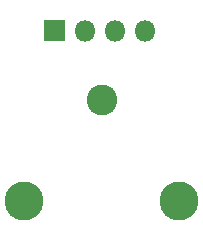
<source format=gbr>
G04 #@! TF.GenerationSoftware,KiCad,Pcbnew,(5.1.8)-1*
G04 #@! TF.CreationDate,2020-11-18T10:39:23+01:00*
G04 #@! TF.ProjectId,LORA_ATTINY84,4c4f5241-5f41-4545-9449-4e5938342e6b,rev?*
G04 #@! TF.SameCoordinates,Original*
G04 #@! TF.FileFunction,Soldermask,Bot*
G04 #@! TF.FilePolarity,Negative*
%FSLAX46Y46*%
G04 Gerber Fmt 4.6, Leading zero omitted, Abs format (unit mm)*
G04 Created by KiCad (PCBNEW (5.1.8)-1) date 2020-11-18 10:39:23*
%MOMM*%
%LPD*%
G01*
G04 APERTURE LIST*
%ADD10C,3.302000*%
%ADD11C,2.602000*%
%ADD12O,1.802000X1.802000*%
G04 APERTURE END LIST*
D10*
X76776000Y-83000000D03*
X63677800Y-83000000D03*
D11*
X70231000Y-74422000D03*
G36*
G01*
X67093200Y-69481000D02*
X65393200Y-69481000D01*
G75*
G02*
X65342200Y-69430000I0J51000D01*
G01*
X65342200Y-67730000D01*
G75*
G02*
X65393200Y-67679000I51000J0D01*
G01*
X67093200Y-67679000D01*
G75*
G02*
X67144200Y-67730000I0J-51000D01*
G01*
X67144200Y-69430000D01*
G75*
G02*
X67093200Y-69481000I-51000J0D01*
G01*
G37*
D12*
X68783200Y-68580000D03*
X71323200Y-68580000D03*
X73863200Y-68580000D03*
M02*

</source>
